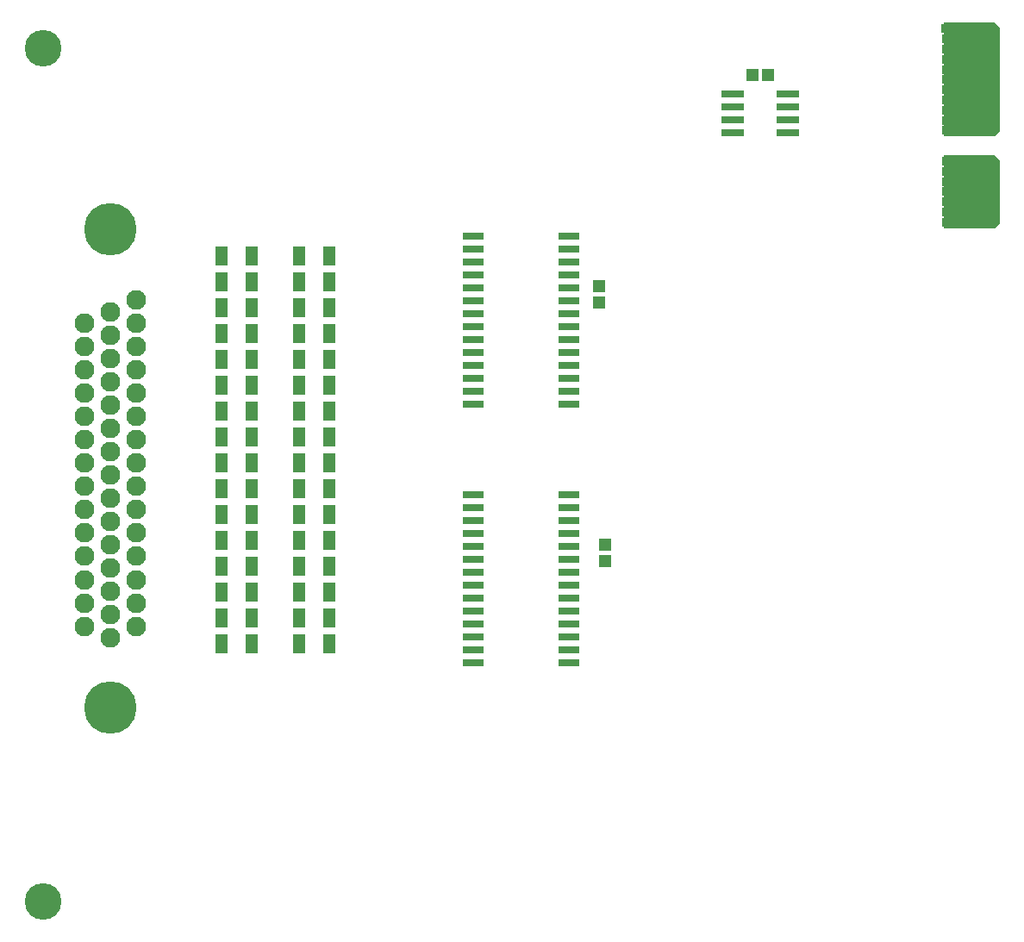
<source format=gts>
G04 ================== begin FILE IDENTIFICATION RECORD ==================*
G04 Layout Name:  DIG_OUT_CARD.brd*
G04 Film Name:    SM_TOP*
G04 File Format:  Gerber RS274X*
G04 File Origin:  Cadence Allegro 17.2-S057*
G04 Origin Date:  Wed Aug 07 01:21:42 2019*
G04 *
G04 Layer:  VIA CLASS/SOLDERMASK_TOP*
G04 Layer:  PIN/SOLDERMASK_TOP*
G04 Layer:  PACKAGE GEOMETRY/SOLDERMASK_BOTTOM*
G04 Layer:  BOARD GEOMETRY/SOLDERMASK_TOP*
G04 *
G04 Offset:    (0.00 0.00)*
G04 Mirror:    No*
G04 Mode:      Positive*
G04 Rotation:  0*
G04 FullContactRelief:  No*
G04 UndefLineWidth:     0.00*
G04 ================== end FILE IDENTIFICATION RECORD ====================*
%FSLAX55Y55*MOIN*%
%IR0*IPPOS*OFA0.00000B0.00000*MIA0B0*SFA1.00000B1.00000*%
%ADD18R,.13201X.03358*%
%ADD17R,.17138X.03358*%
%ADD15R,.04528X.04528*%
%ADD12C,.07689*%
%ADD16R,.091X.031*%
%ADD10C,.14173*%
%ADD11C,.20287*%
%ADD13R,.05118X.07677*%
%ADD14R,.08476X.02965*%
G75*
%LPD*%
G75*
G36*
G01X338346Y-42087D02*
X358031D01*
X360000Y-40118D01*
Y-15709D01*
X358031Y-13740D01*
X338346D01*
Y-42087D01*
G37*
G36*
G01Y-6260D02*
X358031D01*
X360000Y-4291D01*
Y35866D01*
X358031Y37835D01*
X338346D01*
Y-6260D01*
G37*
G54D10*
X-10000Y-302165D03*
Y27835D03*
G54D11*
X16072Y-227217D03*
Y-42177D03*
G54D12*
X6072Y-186784D03*
Y-195799D03*
Y-159736D03*
Y-168752D03*
Y-177768D03*
Y-132689D03*
Y-141705D03*
Y-150721D03*
Y-96626D03*
Y-105642D03*
Y-114658D03*
Y-123673D03*
Y-78595D03*
Y-87610D03*
X16072Y-191311D03*
Y-200327D03*
X26072Y-186784D03*
Y-195799D03*
X16072Y-164264D03*
Y-173280D03*
Y-182295D03*
X26072Y-159736D03*
Y-168752D03*
Y-177768D03*
X16072Y-128201D03*
Y-137217D03*
Y-146232D03*
Y-155248D03*
X26072Y-132689D03*
Y-141705D03*
Y-150721D03*
X16072Y-101154D03*
Y-110169D03*
Y-119185D03*
X26072Y-96626D03*
Y-105642D03*
Y-114658D03*
Y-123673D03*
X16072Y-74106D03*
Y-83122D03*
Y-92138D03*
X26072Y-69579D03*
Y-78595D03*
Y-87610D03*
G54D13*
X70709Y-202500D03*
X59291D03*
X70709Y-192500D03*
X59291D03*
Y-182500D03*
X70709D03*
X59291Y-172500D03*
X70709D03*
X59291Y-162500D03*
X70709D03*
X59291Y-132500D03*
X70709D03*
X59291Y-142500D03*
X70709D03*
Y-152500D03*
X59291D03*
Y-122500D03*
X70709D03*
X59291Y-102500D03*
X70709D03*
X59291Y-112500D03*
X70709D03*
X59291Y-82500D03*
X70709D03*
X59291Y-92500D03*
X70709D03*
Y-72500D03*
X59291D03*
X70709Y-62500D03*
X59291D03*
X70709Y-52500D03*
X59291D03*
X89291Y-202500D03*
X100709D03*
X89291Y-192500D03*
X100709D03*
X89291Y-182500D03*
X100709D03*
X89291Y-162500D03*
X100709D03*
Y-172500D03*
X89291D03*
Y-152500D03*
X100709D03*
X89291Y-132500D03*
X100709D03*
Y-142500D03*
X89291D03*
Y-122500D03*
X100709D03*
Y-112500D03*
X89291D03*
X100709Y-102500D03*
X89291D03*
Y-72500D03*
X100709D03*
Y-82500D03*
X89291D03*
X100709Y-92500D03*
X89291D03*
Y-62500D03*
X100709D03*
X89291Y-52500D03*
X100709D03*
G54D14*
X156496Y-210000D03*
Y-205000D03*
Y-200000D03*
Y-195000D03*
Y-190000D03*
Y-185000D03*
Y-180000D03*
Y-175000D03*
Y-170000D03*
Y-165000D03*
Y-160000D03*
Y-155000D03*
Y-150000D03*
Y-145000D03*
Y-110000D03*
Y-105000D03*
Y-100000D03*
Y-95000D03*
Y-90000D03*
Y-85000D03*
Y-80000D03*
Y-75000D03*
Y-70000D03*
Y-65000D03*
Y-60000D03*
Y-55000D03*
Y-50000D03*
Y-45000D03*
X193504Y-190000D03*
Y-195000D03*
Y-200000D03*
Y-205000D03*
Y-210000D03*
Y-160000D03*
Y-165000D03*
Y-170000D03*
Y-175000D03*
Y-180000D03*
Y-185000D03*
Y-145000D03*
Y-150000D03*
Y-155000D03*
Y-100000D03*
Y-105000D03*
Y-110000D03*
Y-70000D03*
Y-75000D03*
Y-80000D03*
Y-85000D03*
Y-90000D03*
Y-95000D03*
Y-45000D03*
Y-50000D03*
Y-55000D03*
Y-60000D03*
Y-65000D03*
G54D15*
X207500Y-164350D03*
Y-170650D03*
X205000Y-70650D03*
Y-64350D03*
X270650Y17500D03*
X264350D03*
G54D16*
X256900Y-5000D03*
Y0D03*
Y5000D03*
Y10000D03*
X278100D03*
Y5000D03*
Y0D03*
Y-5000D03*
G54D17*
X346220Y-39528D03*
Y-35591D03*
Y-31654D03*
Y-27717D03*
Y-23780D03*
Y-19843D03*
Y-15906D03*
Y-4094D03*
Y-157D03*
Y3780D03*
Y7717D03*
Y11654D03*
Y15591D03*
Y19528D03*
Y23465D03*
Y27402D03*
Y31339D03*
G54D18*
X344252Y35276D03*
M02*

</source>
